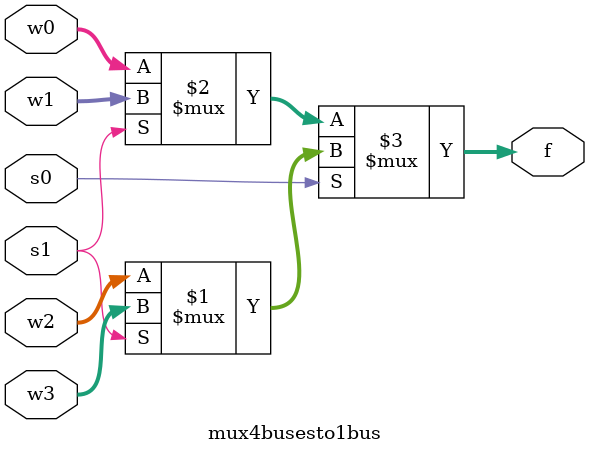
<source format=v>
module mux4busesto1bus
# (parameter width=16)
(
	input [width-1:0] w0, w1, w2, w3,
	input s0, s1,
	output[width-1:0] f
);
	
	assign f = s0 ? ( s1 ? w3 : w2 ) : ( s1 ? w1 : w0); // s0s1:11 => w3, s0s1:10 => w2, s0s1:01 => w1, s0s1:00 => w0
	
endmodule
</source>
